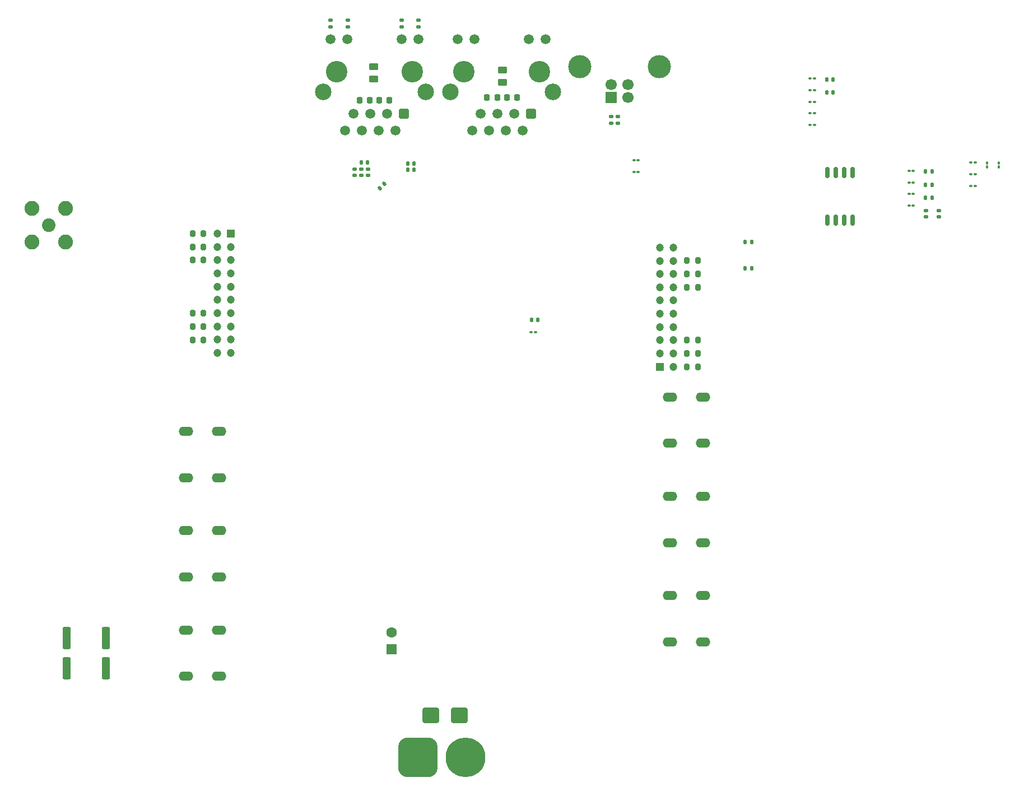
<source format=gbr>
%TF.GenerationSoftware,KiCad,Pcbnew,9.0.2-9-g92f6307ebb*%
%TF.CreationDate,2025-06-20T01:42:08+08:00*%
%TF.ProjectId,HPM5E31_ECatDualFOC,48504d35-4533-4315-9f45-436174447561,rev?*%
%TF.SameCoordinates,Original*%
%TF.FileFunction,Soldermask,Bot*%
%TF.FilePolarity,Negative*%
%FSLAX46Y46*%
G04 Gerber Fmt 4.6, Leading zero omitted, Abs format (unit mm)*
G04 Created by KiCad (PCBNEW 9.0.2-9-g92f6307ebb) date 2025-06-20 01:42:08*
%MOMM*%
%LPD*%
G01*
G04 APERTURE LIST*
G04 Aperture macros list*
%AMRoundRect*
0 Rectangle with rounded corners*
0 $1 Rounding radius*
0 $2 $3 $4 $5 $6 $7 $8 $9 X,Y pos of 4 corners*
0 Add a 4 corners polygon primitive as box body*
4,1,4,$2,$3,$4,$5,$6,$7,$8,$9,$2,$3,0*
0 Add four circle primitives for the rounded corners*
1,1,$1+$1,$2,$3*
1,1,$1+$1,$4,$5*
1,1,$1+$1,$6,$7*
1,1,$1+$1,$8,$9*
0 Add four rect primitives between the rounded corners*
20,1,$1+$1,$2,$3,$4,$5,0*
20,1,$1+$1,$4,$5,$6,$7,0*
20,1,$1+$1,$6,$7,$8,$9,0*
20,1,$1+$1,$8,$9,$2,$3,0*%
G04 Aperture macros list end*
%ADD10C,3.250000*%
%ADD11RoundRect,0.250500X0.499500X0.499500X-0.499500X0.499500X-0.499500X-0.499500X0.499500X-0.499500X0*%
%ADD12C,1.500000*%
%ADD13C,2.500000*%
%ADD14R,1.200000X1.200000*%
%ADD15C,1.200000*%
%ADD16R,1.700000X1.700000*%
%ADD17C,1.700000*%
%ADD18C,3.500000*%
%ADD19O,2.200000X1.400000*%
%ADD20C,2.050000*%
%ADD21C,2.250000*%
%ADD22RoundRect,1.500000X-1.500000X-1.500000X1.500000X-1.500000X1.500000X1.500000X-1.500000X1.500000X0*%
%ADD23C,6.000000*%
%ADD24RoundRect,0.100000X-0.130000X-0.100000X0.130000X-0.100000X0.130000X0.100000X-0.130000X0.100000X0*%
%ADD25RoundRect,0.225000X0.225000X0.250000X-0.225000X0.250000X-0.225000X-0.250000X0.225000X-0.250000X0*%
%ADD26RoundRect,0.162500X-0.162500X0.650000X-0.162500X-0.650000X0.162500X-0.650000X0.162500X0.650000X0*%
%ADD27RoundRect,0.100000X0.130000X0.100000X-0.130000X0.100000X-0.130000X-0.100000X0.130000X-0.100000X0*%
%ADD28RoundRect,0.135000X-0.185000X0.135000X-0.185000X-0.135000X0.185000X-0.135000X0.185000X0.135000X0*%
%ADD29RoundRect,0.200000X-0.200000X-0.275000X0.200000X-0.275000X0.200000X0.275000X-0.200000X0.275000X0*%
%ADD30RoundRect,0.135000X0.185000X-0.135000X0.185000X0.135000X-0.185000X0.135000X-0.185000X-0.135000X0*%
%ADD31RoundRect,0.250000X-0.362500X-1.425000X0.362500X-1.425000X0.362500X1.425000X-0.362500X1.425000X0*%
%ADD32RoundRect,0.250000X0.550000X-0.550000X0.550000X0.550000X-0.550000X0.550000X-0.550000X-0.550000X0*%
%ADD33C,1.600000*%
%ADD34RoundRect,0.200000X0.200000X0.275000X-0.200000X0.275000X-0.200000X-0.275000X0.200000X-0.275000X0*%
%ADD35RoundRect,0.140000X-0.140000X-0.170000X0.140000X-0.170000X0.140000X0.170000X-0.140000X0.170000X0*%
%ADD36RoundRect,0.147500X-0.172500X0.147500X-0.172500X-0.147500X0.172500X-0.147500X0.172500X0.147500X0*%
%ADD37RoundRect,0.100000X-0.100000X0.130000X-0.100000X-0.130000X0.100000X-0.130000X0.100000X0.130000X0*%
%ADD38RoundRect,0.140000X-0.170000X0.140000X-0.170000X-0.140000X0.170000X-0.140000X0.170000X0.140000X0*%
%ADD39RoundRect,0.140000X0.021213X-0.219203X0.219203X-0.021213X-0.021213X0.219203X-0.219203X0.021213X0*%
%ADD40RoundRect,0.140000X0.140000X0.170000X-0.140000X0.170000X-0.140000X-0.170000X0.140000X-0.170000X0*%
%ADD41RoundRect,0.140000X0.170000X-0.140000X0.170000X0.140000X-0.170000X0.140000X-0.170000X-0.140000X0*%
%ADD42RoundRect,0.225000X-0.225000X-0.250000X0.225000X-0.250000X0.225000X0.250000X-0.225000X0.250000X0*%
%ADD43RoundRect,0.147500X-0.147500X-0.172500X0.147500X-0.172500X0.147500X0.172500X-0.147500X0.172500X0*%
%ADD44RoundRect,0.250000X1.000000X0.900000X-1.000000X0.900000X-1.000000X-0.900000X1.000000X-0.900000X0*%
%ADD45RoundRect,0.250000X-0.450000X0.262500X-0.450000X-0.262500X0.450000X-0.262500X0.450000X0.262500X0*%
%ADD46RoundRect,0.100000X0.100000X-0.130000X0.100000X0.130000X-0.100000X0.130000X-0.100000X-0.130000X0*%
G04 APERTURE END LIST*
D10*
%TO.C,J14*%
X118600000Y-74100000D03*
X107170000Y-74100000D03*
D11*
X117325000Y-80460000D03*
D12*
X116065000Y-83000000D03*
X114785000Y-80460000D03*
X113525000Y-83000000D03*
X112245000Y-80460000D03*
X110985000Y-83000000D03*
X109705000Y-80460000D03*
X108445000Y-83000000D03*
X119510000Y-69200000D03*
X116970000Y-69200000D03*
X108800000Y-69200000D03*
X106260000Y-69200000D03*
D13*
X120630000Y-77150000D03*
X105140000Y-77150000D03*
%TD*%
D14*
%TO.C,J11*%
X71900000Y-98580000D03*
D15*
X69900000Y-98580000D03*
X71900000Y-100580000D03*
X69900000Y-100580000D03*
X71900000Y-102580000D03*
X69900000Y-102580000D03*
X71900000Y-104580000D03*
X69900000Y-104580000D03*
X71900000Y-106580000D03*
X69900000Y-106580000D03*
X71900000Y-108580000D03*
X69900000Y-108580000D03*
X71900000Y-110580000D03*
X69900000Y-110580000D03*
X71900000Y-112580000D03*
X69900000Y-112580000D03*
X71900000Y-114580000D03*
X69900000Y-114580000D03*
X71900000Y-116580000D03*
X69900000Y-116580000D03*
%TD*%
D16*
%TO.C,J4*%
X129470000Y-78010000D03*
D17*
X131970000Y-78010000D03*
X131970000Y-76010000D03*
X129470000Y-76010000D03*
D18*
X124700000Y-73300000D03*
X136740000Y-73300000D03*
%TD*%
D19*
%TO.C,J9*%
X65200430Y-150466355D03*
X70200430Y-150466355D03*
X65200430Y-143466355D03*
X70200430Y-143466355D03*
%TD*%
D20*
%TO.C,J1*%
X44410000Y-97260000D03*
D21*
X41870000Y-94720000D03*
X41870000Y-99800000D03*
X46950000Y-94720000D03*
X46950000Y-99800000D03*
%TD*%
D19*
%TO.C,J6*%
X143320435Y-138266355D03*
X138320435Y-138266355D03*
X143320435Y-145266355D03*
X138320435Y-145266355D03*
%TD*%
%TO.C,J8*%
X65200430Y-135466355D03*
X70200430Y-135466355D03*
X65200430Y-128466355D03*
X70200430Y-128466355D03*
%TD*%
D14*
%TO.C,J12*%
X136787500Y-118678400D03*
D15*
X138787500Y-118678400D03*
X136787500Y-116678400D03*
X138787500Y-116678400D03*
X136787500Y-114678400D03*
X138787500Y-114678400D03*
X136787500Y-112678400D03*
X138787500Y-112678400D03*
X136787500Y-110678400D03*
X138787500Y-110678400D03*
X136787500Y-108678400D03*
X138787500Y-108678400D03*
X136787500Y-106678400D03*
X138787500Y-106678400D03*
X136787500Y-104678400D03*
X138787500Y-104678400D03*
X136787500Y-102678400D03*
X138787500Y-102678400D03*
X136787500Y-100678400D03*
X138787500Y-100678400D03*
%TD*%
D22*
%TO.C,U4*%
X100200000Y-177700000D03*
D23*
X107400000Y-177700000D03*
%TD*%
D19*
%TO.C,J7*%
X143320435Y-153266355D03*
X138320435Y-153266355D03*
X143320435Y-160266355D03*
X138320435Y-160266355D03*
%TD*%
%TO.C,J10*%
X65200430Y-165466355D03*
X70200430Y-165466355D03*
X65200430Y-158466355D03*
X70200430Y-158466355D03*
%TD*%
%TO.C,J5*%
X143320435Y-123266355D03*
X138320435Y-123266355D03*
X143320435Y-130266355D03*
X138320435Y-130266355D03*
%TD*%
D10*
%TO.C,J13*%
X99385000Y-74060000D03*
X87955000Y-74060000D03*
D11*
X98110000Y-80420000D03*
D12*
X96850000Y-82960000D03*
X95570000Y-80420000D03*
X94310000Y-82960000D03*
X93030000Y-80420000D03*
X91770000Y-82960000D03*
X90490000Y-80420000D03*
X89230000Y-82960000D03*
X100295000Y-69160000D03*
X97755000Y-69160000D03*
X89585000Y-69160000D03*
X87045000Y-69160000D03*
D13*
X101415000Y-77110000D03*
X85925000Y-77110000D03*
%TD*%
D24*
%TO.C,C10*%
X132885000Y-89250000D03*
X133525000Y-89250000D03*
%TD*%
D25*
%TO.C,C123*%
X92940000Y-78450000D03*
X91390000Y-78450000D03*
%TD*%
D24*
%TO.C,C5*%
X159525000Y-82150000D03*
X160165000Y-82150000D03*
%TD*%
D26*
%TO.C,U9*%
X162095000Y-89362500D03*
X163365000Y-89362500D03*
X164635000Y-89362500D03*
X165905000Y-89362500D03*
X165905000Y-96537500D03*
X164635000Y-96537500D03*
X163365000Y-96537500D03*
X162095000Y-96537500D03*
%TD*%
D27*
%TO.C,C4*%
X160165000Y-80400000D03*
X159525000Y-80400000D03*
%TD*%
D24*
%TO.C,C18*%
X174450000Y-92580000D03*
X175090000Y-92580000D03*
%TD*%
D28*
%TO.C,R9*%
X129450000Y-80840000D03*
X129450000Y-81860000D03*
%TD*%
D29*
%TO.C,R79*%
X66175000Y-102580000D03*
X67825000Y-102580000D03*
%TD*%
D30*
%TO.C,R99*%
X97740000Y-67360000D03*
X97740000Y-66340000D03*
%TD*%
D31*
%TO.C,R57*%
X47100000Y-164300000D03*
X53025000Y-164300000D03*
%TD*%
D32*
%TO.C,C28*%
X96237500Y-161375000D03*
D33*
X96237500Y-158875000D03*
%TD*%
D34*
%TO.C,R86*%
X142512500Y-118678400D03*
X140862500Y-118678400D03*
%TD*%
D27*
%TO.C,C3*%
X160165000Y-78650000D03*
X159525000Y-78650000D03*
%TD*%
D29*
%TO.C,R80*%
X66175000Y-110580000D03*
X67825000Y-110580000D03*
%TD*%
D24*
%TO.C,C26*%
X183810000Y-89600000D03*
X184450000Y-89600000D03*
%TD*%
D34*
%TO.C,R91*%
X142512500Y-102628400D03*
X140862500Y-102628400D03*
%TD*%
D35*
%TO.C,C120*%
X98690000Y-87950000D03*
X99650000Y-87950000D03*
%TD*%
D36*
%TO.C,FB4*%
X91650000Y-88815000D03*
X91650000Y-89785000D03*
%TD*%
D37*
%TO.C,C24*%
X187980000Y-87880000D03*
X187980000Y-88520000D03*
%TD*%
D38*
%TO.C,C15*%
X176980000Y-95070000D03*
X176980000Y-96030000D03*
%TD*%
D35*
%TO.C,C20*%
X176950000Y-93130000D03*
X177910000Y-93130000D03*
%TD*%
D29*
%TO.C,R81*%
X66175000Y-112580000D03*
X67825000Y-112580000D03*
%TD*%
D24*
%TO.C,C12*%
X132885000Y-87500000D03*
X133525000Y-87500000D03*
%TD*%
D35*
%TO.C,C11*%
X149680000Y-103810000D03*
X150640000Y-103810000D03*
%TD*%
D38*
%TO.C,C114*%
X92650000Y-88820000D03*
X92650000Y-89780000D03*
%TD*%
%TO.C,C19*%
X178950000Y-95070000D03*
X178950000Y-96030000D03*
%TD*%
D25*
%TO.C,C133*%
X112215000Y-77950000D03*
X110665000Y-77950000D03*
%TD*%
D39*
%TO.C,C116*%
X94460589Y-91739411D03*
X95139411Y-91060589D03*
%TD*%
D27*
%TO.C,C27*%
X184450000Y-91350000D03*
X183810000Y-91350000D03*
%TD*%
D40*
%TO.C,C115*%
X92622500Y-87846250D03*
X91662500Y-87846250D03*
%TD*%
D41*
%TO.C,C22*%
X130440000Y-81840000D03*
X130440000Y-80880000D03*
%TD*%
D30*
%TO.C,R96*%
X87040000Y-67360000D03*
X87040000Y-66340000D03*
%TD*%
D31*
%TO.C,R39*%
X47137500Y-159700000D03*
X53062500Y-159700000D03*
%TD*%
D42*
%TO.C,C118*%
X94340000Y-78450000D03*
X95890000Y-78450000D03*
%TD*%
D27*
%TO.C,C2*%
X160165000Y-76900000D03*
X159525000Y-76900000D03*
%TD*%
D29*
%TO.C,R82*%
X66175000Y-114630000D03*
X67825000Y-114630000D03*
%TD*%
D27*
%TO.C,C8*%
X117990000Y-113460000D03*
X117350000Y-113460000D03*
%TD*%
D43*
%TO.C,FB1*%
X149695000Y-99860000D03*
X150665000Y-99860000D03*
%TD*%
D44*
%TO.C,D3*%
X106450000Y-171350000D03*
X102150000Y-171350000D03*
%TD*%
D34*
%TO.C,R87*%
X142512500Y-116678400D03*
X140862500Y-116678400D03*
%TD*%
D24*
%TO.C,C16*%
X174450000Y-90830000D03*
X175090000Y-90830000D03*
%TD*%
D41*
%TO.C,C117*%
X90650000Y-89780000D03*
X90650000Y-88820000D03*
%TD*%
D34*
%TO.C,R89*%
X142512500Y-106678400D03*
X140862500Y-106678400D03*
%TD*%
D35*
%TO.C,C119*%
X98690000Y-88915000D03*
X99650000Y-88915000D03*
%TD*%
D45*
%TO.C,R101*%
X93540000Y-73337500D03*
X93540000Y-75162500D03*
%TD*%
D30*
%TO.C,R98*%
X100340000Y-67360000D03*
X100340000Y-66340000D03*
%TD*%
D24*
%TO.C,C21*%
X174450000Y-94330000D03*
X175090000Y-94330000D03*
%TD*%
D42*
%TO.C,C128*%
X113665000Y-77950000D03*
X115215000Y-77950000D03*
%TD*%
D40*
%TO.C,C13*%
X177910000Y-89190000D03*
X176950000Y-89190000D03*
%TD*%
D29*
%TO.C,R77*%
X66175000Y-98580000D03*
X67825000Y-98580000D03*
%TD*%
D34*
%TO.C,R88*%
X142512500Y-114678400D03*
X140862500Y-114678400D03*
%TD*%
D45*
%TO.C,R112*%
X113040000Y-73837500D03*
X113040000Y-75662500D03*
%TD*%
D24*
%TO.C,C1*%
X159525000Y-75150000D03*
X160165000Y-75150000D03*
%TD*%
D35*
%TO.C,C17*%
X176950000Y-91160000D03*
X177910000Y-91160000D03*
%TD*%
%TO.C,C9*%
X117400000Y-111600000D03*
X118360000Y-111600000D03*
%TD*%
D24*
%TO.C,C14*%
X174450000Y-89080000D03*
X175090000Y-89080000D03*
%TD*%
D46*
%TO.C,C23*%
X186230000Y-88520000D03*
X186230000Y-87880000D03*
%TD*%
D35*
%TO.C,C6*%
X162025000Y-75260000D03*
X162985000Y-75260000D03*
%TD*%
D29*
%TO.C,R78*%
X66175000Y-100580000D03*
X67825000Y-100580000D03*
%TD*%
D34*
%TO.C,R90*%
X142512500Y-104678400D03*
X140862500Y-104678400D03*
%TD*%
D30*
%TO.C,R97*%
X89640000Y-67360000D03*
X89640000Y-66340000D03*
%TD*%
D27*
%TO.C,C25*%
X184450000Y-87850000D03*
X183810000Y-87850000D03*
%TD*%
D35*
%TO.C,C7*%
X162025000Y-77230000D03*
X162985000Y-77230000D03*
%TD*%
M02*

</source>
